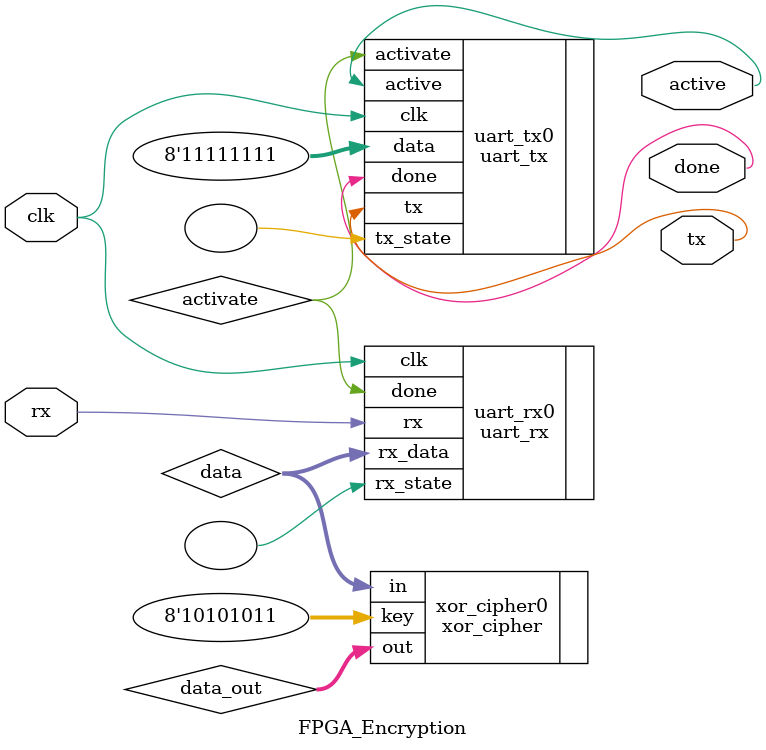
<source format=v>
module FPGA_Encryption(
	input clk,
	input rx,
	output active,
	output tx,
	output done
);

wire activate;

wire [7:0] data;
wire [7:0] data_out;

uart_rx uart_rx0(
	.clk(clk),
	.rx(rx),
	.done(activate),
	.rx_data(data),
	.rx_state()
);


xor_cipher xor_cipher0(
	.in(data),
	.key(8'hab),
	.out(data_out)
);


uart_tx uart_tx0(
	.clk(clk),
	.activate(activate),
	.data(8'hff),
	.active(active),
	.tx(tx),
	.done(done),
	.tx_state()
);



endmodule
</source>
